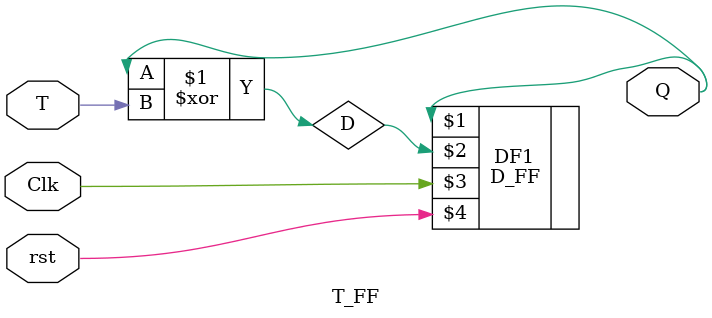
<source format=v>
module T_FF(output Q, input T, Clk, rst);
wire D;
assign D = Q^T;
D_FF DF1(Q, D, Clk, rst);

endmodule
</source>
